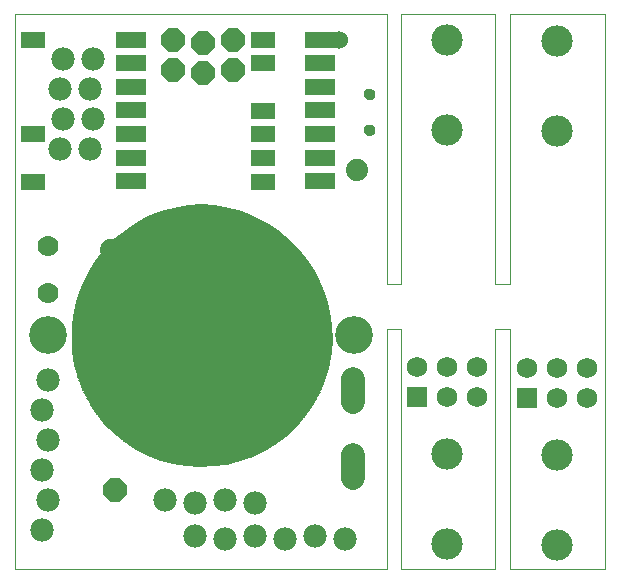
<source format=gbs>
G75*
%MOIN*%
%OFA0B0*%
%FSLAX25Y25*%
%IPPOS*%
%LPD*%
%AMOC8*
5,1,8,0,0,1.08239X$1,22.5*
%
%ADD10C,0.00400*%
%ADD11OC8,0.08000*%
%ADD12C,0.07000*%
%ADD13C,0.07800*%
%ADD14C,0.12605*%
%ADD15C,0.00500*%
%ADD16R,0.15400X0.15400*%
%ADD17R,0.10400X0.05400*%
%ADD18C,0.06000*%
%ADD19OC8,0.07800*%
%ADD20C,0.00000*%
%ADD21C,0.03746*%
%ADD22C,0.08077*%
%ADD23R,0.08274X0.05400*%
%ADD24C,0.10450*%
%ADD25R,0.06900X0.06900*%
%ADD26C,0.06900*%
%ADD27C,0.07400*%
D10*
X0022595Y0027513D02*
X0022595Y0212513D01*
X0146595Y0212513D01*
X0146595Y0122513D01*
X0151095Y0122513D01*
X0151095Y0212513D01*
X0182595Y0212513D01*
X0182595Y0122513D01*
X0187595Y0122513D01*
X0187595Y0212513D01*
X0219095Y0212513D01*
X0219095Y0027513D01*
X0187595Y0027513D01*
X0187595Y0107513D01*
X0182595Y0107513D01*
X0182595Y0027513D01*
X0151095Y0027513D01*
X0151095Y0107513D01*
X0146595Y0107513D01*
X0146595Y0027513D01*
X0022595Y0027513D01*
D11*
X0055645Y0054113D03*
D12*
X0033595Y0119639D03*
X0033595Y0135387D03*
D13*
X0037595Y0167513D03*
X0047595Y0167513D03*
X0048595Y0177513D03*
X0047595Y0187513D03*
X0037595Y0187513D03*
X0038595Y0177513D03*
X0038595Y0197513D03*
X0048595Y0197513D03*
X0033595Y0090513D03*
X0031595Y0080513D03*
X0033595Y0070513D03*
X0031595Y0060513D03*
X0033595Y0050513D03*
X0031595Y0040513D03*
X0072595Y0050513D03*
X0082595Y0049513D03*
X0092595Y0050513D03*
X0102595Y0049513D03*
X0102595Y0038513D03*
X0112595Y0037513D03*
X0122595Y0038513D03*
X0132595Y0037513D03*
X0092595Y0037513D03*
X0082595Y0038513D03*
D14*
X0033595Y0105513D03*
X0135595Y0105513D03*
D15*
X0127983Y0105281D02*
X0041689Y0105281D01*
X0041707Y0105779D02*
X0127966Y0105779D01*
X0127948Y0106278D02*
X0041724Y0106278D01*
X0041742Y0106776D02*
X0127930Y0106776D01*
X0127913Y0107275D02*
X0041759Y0107275D01*
X0041777Y0107773D02*
X0127895Y0107773D01*
X0127877Y0108272D02*
X0041794Y0108272D01*
X0041812Y0108770D02*
X0127846Y0108770D01*
X0127865Y0108635D02*
X0127219Y0113215D01*
X0126098Y0117703D01*
X0124513Y0122048D01*
X0122484Y0126205D01*
X0120031Y0130126D01*
X0117181Y0133770D01*
X0113967Y0137095D01*
X0110422Y0140067D01*
X0106586Y0142651D01*
X0102501Y0144821D01*
X0098212Y0146552D01*
X0093765Y0147824D01*
X0089209Y0148625D01*
X0084595Y0148946D01*
X0080033Y0148628D01*
X0075529Y0147835D01*
X0071133Y0146576D01*
X0066893Y0144864D01*
X0062854Y0142718D01*
X0059062Y0140162D01*
X0055558Y0137224D01*
X0052380Y0133935D01*
X0049564Y0130332D01*
X0047140Y0126455D01*
X0045134Y0122345D01*
X0043568Y0118048D01*
X0042461Y0113611D01*
X0041823Y0109083D01*
X0041662Y0104513D01*
X0041895Y0100077D01*
X0042589Y0095690D01*
X0043739Y0091400D01*
X0045331Y0087254D01*
X0047347Y0083296D01*
X0049766Y0079571D01*
X0052561Y0076119D01*
X0055702Y0072979D01*
X0059154Y0070184D01*
X0062879Y0067765D01*
X0066836Y0065748D01*
X0070983Y0064157D01*
X0075273Y0063007D01*
X0079660Y0062312D01*
X0084095Y0062080D01*
X0088588Y0062210D01*
X0093043Y0062810D01*
X0097411Y0063872D01*
X0101644Y0065385D01*
X0105696Y0067332D01*
X0109522Y0069691D01*
X0113080Y0072438D01*
X0116332Y0075542D01*
X0119241Y0078968D01*
X0121776Y0082680D01*
X0123910Y0086637D01*
X0125618Y0090795D01*
X0126882Y0095108D01*
X0127689Y0099531D01*
X0128028Y0104013D01*
X0127865Y0108635D01*
X0127775Y0109269D02*
X0041849Y0109269D01*
X0041919Y0109767D02*
X0127705Y0109767D01*
X0127635Y0110266D02*
X0041990Y0110266D01*
X0042060Y0110764D02*
X0127564Y0110764D01*
X0127494Y0111263D02*
X0042130Y0111263D01*
X0042200Y0111761D02*
X0127424Y0111761D01*
X0127353Y0112260D02*
X0042270Y0112260D01*
X0042341Y0112758D02*
X0127283Y0112758D01*
X0127208Y0113257D02*
X0042411Y0113257D01*
X0042497Y0113755D02*
X0127084Y0113755D01*
X0126959Y0114254D02*
X0042621Y0114254D01*
X0042746Y0114752D02*
X0126835Y0114752D01*
X0126710Y0115251D02*
X0042870Y0115251D01*
X0042994Y0115749D02*
X0126586Y0115749D01*
X0126461Y0116248D02*
X0043119Y0116248D01*
X0043243Y0116746D02*
X0126337Y0116746D01*
X0126212Y0117245D02*
X0043368Y0117245D01*
X0043492Y0117743D02*
X0126083Y0117743D01*
X0125901Y0118242D02*
X0043639Y0118242D01*
X0043820Y0118740D02*
X0125719Y0118740D01*
X0125538Y0119239D02*
X0044002Y0119239D01*
X0044184Y0119737D02*
X0125356Y0119737D01*
X0125174Y0120236D02*
X0044365Y0120236D01*
X0044547Y0120734D02*
X0124992Y0120734D01*
X0124811Y0121233D02*
X0044728Y0121233D01*
X0044910Y0121731D02*
X0124629Y0121731D01*
X0124425Y0122230D02*
X0045092Y0122230D01*
X0045321Y0122728D02*
X0124181Y0122728D01*
X0123938Y0123227D02*
X0045564Y0123227D01*
X0045807Y0123725D02*
X0123695Y0123725D01*
X0123451Y0124224D02*
X0046051Y0124224D01*
X0046294Y0124722D02*
X0123208Y0124722D01*
X0122964Y0125221D02*
X0046537Y0125221D01*
X0046781Y0125719D02*
X0122721Y0125719D01*
X0122476Y0126218D02*
X0047024Y0126218D01*
X0047303Y0126717D02*
X0122164Y0126717D01*
X0121852Y0127215D02*
X0047615Y0127215D01*
X0047927Y0127714D02*
X0121540Y0127714D01*
X0121228Y0128212D02*
X0048238Y0128212D01*
X0048550Y0128711D02*
X0120916Y0128711D01*
X0120605Y0129209D02*
X0048862Y0129209D01*
X0049173Y0129708D02*
X0120293Y0129708D01*
X0119968Y0130206D02*
X0049485Y0130206D01*
X0049855Y0130705D02*
X0119578Y0130705D01*
X0119189Y0131203D02*
X0050245Y0131203D01*
X0050634Y0131702D02*
X0118799Y0131702D01*
X0118409Y0132200D02*
X0051024Y0132200D01*
X0051414Y0132699D02*
X0118019Y0132699D01*
X0117629Y0133197D02*
X0051804Y0133197D01*
X0052193Y0133696D02*
X0117239Y0133696D01*
X0116771Y0134194D02*
X0052631Y0134194D01*
X0053113Y0134693D02*
X0116289Y0134693D01*
X0115807Y0135191D02*
X0053594Y0135191D01*
X0054076Y0135690D02*
X0115325Y0135690D01*
X0114844Y0136188D02*
X0054558Y0136188D01*
X0055039Y0136687D02*
X0114362Y0136687D01*
X0113860Y0137185D02*
X0055521Y0137185D01*
X0056107Y0137684D02*
X0113265Y0137684D01*
X0112670Y0138182D02*
X0056701Y0138182D01*
X0057296Y0138681D02*
X0112075Y0138681D01*
X0111481Y0139179D02*
X0057890Y0139179D01*
X0058484Y0139678D02*
X0110886Y0139678D01*
X0110260Y0140176D02*
X0059083Y0140176D01*
X0059823Y0140675D02*
X0109520Y0140675D01*
X0108780Y0141173D02*
X0060562Y0141173D01*
X0061302Y0141672D02*
X0108040Y0141672D01*
X0107300Y0142170D02*
X0062041Y0142170D01*
X0062781Y0142669D02*
X0106553Y0142669D01*
X0105615Y0143167D02*
X0063699Y0143167D01*
X0064637Y0143666D02*
X0104676Y0143666D01*
X0103737Y0144164D02*
X0065576Y0144164D01*
X0066514Y0144663D02*
X0102799Y0144663D01*
X0101657Y0145161D02*
X0067629Y0145161D01*
X0068864Y0145660D02*
X0100422Y0145660D01*
X0099186Y0146158D02*
X0070099Y0146158D01*
X0071415Y0146657D02*
X0097844Y0146657D01*
X0096102Y0147155D02*
X0073156Y0147155D01*
X0074896Y0147654D02*
X0094360Y0147654D01*
X0091899Y0148152D02*
X0077331Y0148152D01*
X0080362Y0148651D02*
X0088841Y0148651D01*
X0128001Y0104782D02*
X0041672Y0104782D01*
X0041674Y0104284D02*
X0128019Y0104284D01*
X0128011Y0103785D02*
X0041700Y0103785D01*
X0041726Y0103286D02*
X0127973Y0103286D01*
X0127935Y0102788D02*
X0041752Y0102788D01*
X0041779Y0102289D02*
X0127898Y0102289D01*
X0127860Y0101791D02*
X0041805Y0101791D01*
X0041831Y0101292D02*
X0127822Y0101292D01*
X0127784Y0100794D02*
X0041857Y0100794D01*
X0041883Y0100295D02*
X0127747Y0100295D01*
X0127709Y0099797D02*
X0041939Y0099797D01*
X0042018Y0099298D02*
X0127646Y0099298D01*
X0127555Y0098800D02*
X0042097Y0098800D01*
X0042176Y0098301D02*
X0127464Y0098301D01*
X0127373Y0097803D02*
X0042255Y0097803D01*
X0042334Y0097304D02*
X0127283Y0097304D01*
X0127192Y0096806D02*
X0042413Y0096806D01*
X0042492Y0096307D02*
X0127101Y0096307D01*
X0127010Y0095809D02*
X0042571Y0095809D01*
X0042691Y0095310D02*
X0126919Y0095310D01*
X0126795Y0094812D02*
X0042825Y0094812D01*
X0042958Y0094313D02*
X0126649Y0094313D01*
X0126503Y0093815D02*
X0043092Y0093815D01*
X0043226Y0093316D02*
X0126357Y0093316D01*
X0126211Y0092818D02*
X0043359Y0092818D01*
X0043493Y0092319D02*
X0126065Y0092319D01*
X0125919Y0091821D02*
X0043626Y0091821D01*
X0043769Y0091322D02*
X0125773Y0091322D01*
X0125626Y0090824D02*
X0043960Y0090824D01*
X0044152Y0090325D02*
X0125425Y0090325D01*
X0125220Y0089827D02*
X0044343Y0089827D01*
X0044534Y0089328D02*
X0125015Y0089328D01*
X0124811Y0088830D02*
X0044726Y0088830D01*
X0044917Y0088331D02*
X0124606Y0088331D01*
X0124401Y0087833D02*
X0045108Y0087833D01*
X0045300Y0087334D02*
X0124196Y0087334D01*
X0123991Y0086836D02*
X0045544Y0086836D01*
X0045798Y0086337D02*
X0123748Y0086337D01*
X0123479Y0085839D02*
X0046052Y0085839D01*
X0046306Y0085340D02*
X0123211Y0085340D01*
X0122942Y0084842D02*
X0046560Y0084842D01*
X0046814Y0084343D02*
X0122673Y0084343D01*
X0122404Y0083845D02*
X0047068Y0083845D01*
X0047322Y0083346D02*
X0122135Y0083346D01*
X0121867Y0082848D02*
X0047638Y0082848D01*
X0047962Y0082349D02*
X0121550Y0082349D01*
X0121210Y0081850D02*
X0048286Y0081850D01*
X0048610Y0081352D02*
X0120869Y0081352D01*
X0120529Y0080853D02*
X0048933Y0080853D01*
X0049257Y0080355D02*
X0120188Y0080355D01*
X0119848Y0079856D02*
X0049581Y0079856D01*
X0049939Y0079358D02*
X0119507Y0079358D01*
X0119149Y0078859D02*
X0050342Y0078859D01*
X0050746Y0078361D02*
X0118725Y0078361D01*
X0118302Y0077862D02*
X0051150Y0077862D01*
X0051554Y0077364D02*
X0117879Y0077364D01*
X0117455Y0076865D02*
X0051957Y0076865D01*
X0052361Y0076367D02*
X0117032Y0076367D01*
X0116609Y0075868D02*
X0052812Y0075868D01*
X0053311Y0075370D02*
X0116151Y0075370D01*
X0115629Y0074871D02*
X0053809Y0074871D01*
X0054308Y0074373D02*
X0115107Y0074373D01*
X0114585Y0073874D02*
X0054806Y0073874D01*
X0055305Y0073376D02*
X0114062Y0073376D01*
X0113540Y0072877D02*
X0055827Y0072877D01*
X0056443Y0072379D02*
X0113003Y0072379D01*
X0112357Y0071880D02*
X0057059Y0071880D01*
X0057674Y0071382D02*
X0111711Y0071382D01*
X0111066Y0070883D02*
X0058290Y0070883D01*
X0058905Y0070385D02*
X0110420Y0070385D01*
X0109774Y0069886D02*
X0059612Y0069886D01*
X0060379Y0069388D02*
X0109029Y0069388D01*
X0108221Y0068889D02*
X0061147Y0068889D01*
X0061915Y0068391D02*
X0107413Y0068391D01*
X0106604Y0067892D02*
X0062682Y0067892D01*
X0063607Y0067394D02*
X0105796Y0067394D01*
X0104787Y0066895D02*
X0064585Y0066895D01*
X0065563Y0066397D02*
X0103750Y0066397D01*
X0102713Y0065898D02*
X0066542Y0065898D01*
X0067744Y0065400D02*
X0101675Y0065400D01*
X0100291Y0064901D02*
X0069043Y0064901D01*
X0070342Y0064403D02*
X0098896Y0064403D01*
X0097501Y0063904D02*
X0071925Y0063904D01*
X0073785Y0063406D02*
X0095493Y0063406D01*
X0093443Y0062907D02*
X0075904Y0062907D01*
X0079051Y0062409D02*
X0090061Y0062409D01*
D16*
X0084595Y0105513D03*
D17*
X0061099Y0156891D03*
X0061099Y0164765D03*
X0061099Y0172639D03*
X0061099Y0180513D03*
X0061099Y0188387D03*
X0061099Y0196261D03*
X0061099Y0204135D03*
X0124091Y0204135D03*
X0124091Y0196261D03*
X0124091Y0188387D03*
X0124091Y0180513D03*
X0124091Y0172639D03*
X0124091Y0164765D03*
X0124091Y0156891D03*
D18*
X0130595Y0204013D03*
D19*
X0095095Y0204013D03*
X0095095Y0194013D03*
X0085095Y0193013D03*
X0075095Y0194013D03*
X0075095Y0204013D03*
X0085095Y0203013D03*
D20*
X0138922Y0185989D02*
X0138924Y0186070D01*
X0138930Y0186152D01*
X0138940Y0186233D01*
X0138954Y0186313D01*
X0138971Y0186392D01*
X0138993Y0186471D01*
X0139018Y0186548D01*
X0139047Y0186625D01*
X0139080Y0186699D01*
X0139117Y0186772D01*
X0139156Y0186843D01*
X0139200Y0186912D01*
X0139246Y0186979D01*
X0139296Y0187043D01*
X0139349Y0187105D01*
X0139405Y0187165D01*
X0139463Y0187221D01*
X0139525Y0187275D01*
X0139589Y0187326D01*
X0139655Y0187373D01*
X0139723Y0187417D01*
X0139794Y0187458D01*
X0139866Y0187495D01*
X0139941Y0187529D01*
X0140016Y0187559D01*
X0140094Y0187585D01*
X0140172Y0187608D01*
X0140251Y0187626D01*
X0140331Y0187641D01*
X0140412Y0187652D01*
X0140493Y0187659D01*
X0140575Y0187662D01*
X0140656Y0187661D01*
X0140737Y0187656D01*
X0140818Y0187647D01*
X0140899Y0187634D01*
X0140979Y0187617D01*
X0141057Y0187597D01*
X0141135Y0187572D01*
X0141212Y0187544D01*
X0141287Y0187512D01*
X0141360Y0187477D01*
X0141431Y0187438D01*
X0141501Y0187395D01*
X0141568Y0187350D01*
X0141634Y0187301D01*
X0141696Y0187249D01*
X0141756Y0187193D01*
X0141813Y0187135D01*
X0141868Y0187075D01*
X0141919Y0187011D01*
X0141967Y0186946D01*
X0142012Y0186878D01*
X0142054Y0186808D01*
X0142092Y0186736D01*
X0142127Y0186662D01*
X0142158Y0186587D01*
X0142185Y0186510D01*
X0142208Y0186432D01*
X0142228Y0186353D01*
X0142244Y0186273D01*
X0142256Y0186192D01*
X0142264Y0186111D01*
X0142268Y0186030D01*
X0142268Y0185948D01*
X0142264Y0185867D01*
X0142256Y0185786D01*
X0142244Y0185705D01*
X0142228Y0185625D01*
X0142208Y0185546D01*
X0142185Y0185468D01*
X0142158Y0185391D01*
X0142127Y0185316D01*
X0142092Y0185242D01*
X0142054Y0185170D01*
X0142012Y0185100D01*
X0141967Y0185032D01*
X0141919Y0184967D01*
X0141868Y0184903D01*
X0141813Y0184843D01*
X0141756Y0184785D01*
X0141696Y0184729D01*
X0141634Y0184677D01*
X0141568Y0184628D01*
X0141501Y0184583D01*
X0141432Y0184540D01*
X0141360Y0184501D01*
X0141287Y0184466D01*
X0141212Y0184434D01*
X0141135Y0184406D01*
X0141057Y0184381D01*
X0140979Y0184361D01*
X0140899Y0184344D01*
X0140818Y0184331D01*
X0140737Y0184322D01*
X0140656Y0184317D01*
X0140575Y0184316D01*
X0140493Y0184319D01*
X0140412Y0184326D01*
X0140331Y0184337D01*
X0140251Y0184352D01*
X0140172Y0184370D01*
X0140094Y0184393D01*
X0140016Y0184419D01*
X0139941Y0184449D01*
X0139866Y0184483D01*
X0139794Y0184520D01*
X0139723Y0184561D01*
X0139655Y0184605D01*
X0139589Y0184652D01*
X0139525Y0184703D01*
X0139463Y0184757D01*
X0139405Y0184813D01*
X0139349Y0184873D01*
X0139296Y0184935D01*
X0139246Y0184999D01*
X0139200Y0185066D01*
X0139156Y0185135D01*
X0139117Y0185206D01*
X0139080Y0185279D01*
X0139047Y0185353D01*
X0139018Y0185430D01*
X0138993Y0185507D01*
X0138971Y0185586D01*
X0138954Y0185665D01*
X0138940Y0185745D01*
X0138930Y0185826D01*
X0138924Y0185908D01*
X0138922Y0185989D01*
X0138922Y0174036D02*
X0138924Y0174117D01*
X0138930Y0174199D01*
X0138940Y0174280D01*
X0138954Y0174360D01*
X0138971Y0174439D01*
X0138993Y0174518D01*
X0139018Y0174595D01*
X0139047Y0174672D01*
X0139080Y0174746D01*
X0139117Y0174819D01*
X0139156Y0174890D01*
X0139200Y0174959D01*
X0139246Y0175026D01*
X0139296Y0175090D01*
X0139349Y0175152D01*
X0139405Y0175212D01*
X0139463Y0175268D01*
X0139525Y0175322D01*
X0139589Y0175373D01*
X0139655Y0175420D01*
X0139723Y0175464D01*
X0139794Y0175505D01*
X0139866Y0175542D01*
X0139941Y0175576D01*
X0140016Y0175606D01*
X0140094Y0175632D01*
X0140172Y0175655D01*
X0140251Y0175673D01*
X0140331Y0175688D01*
X0140412Y0175699D01*
X0140493Y0175706D01*
X0140575Y0175709D01*
X0140656Y0175708D01*
X0140737Y0175703D01*
X0140818Y0175694D01*
X0140899Y0175681D01*
X0140979Y0175664D01*
X0141057Y0175644D01*
X0141135Y0175619D01*
X0141212Y0175591D01*
X0141287Y0175559D01*
X0141360Y0175524D01*
X0141431Y0175485D01*
X0141501Y0175442D01*
X0141568Y0175397D01*
X0141634Y0175348D01*
X0141696Y0175296D01*
X0141756Y0175240D01*
X0141813Y0175182D01*
X0141868Y0175122D01*
X0141919Y0175058D01*
X0141967Y0174993D01*
X0142012Y0174925D01*
X0142054Y0174855D01*
X0142092Y0174783D01*
X0142127Y0174709D01*
X0142158Y0174634D01*
X0142185Y0174557D01*
X0142208Y0174479D01*
X0142228Y0174400D01*
X0142244Y0174320D01*
X0142256Y0174239D01*
X0142264Y0174158D01*
X0142268Y0174077D01*
X0142268Y0173995D01*
X0142264Y0173914D01*
X0142256Y0173833D01*
X0142244Y0173752D01*
X0142228Y0173672D01*
X0142208Y0173593D01*
X0142185Y0173515D01*
X0142158Y0173438D01*
X0142127Y0173363D01*
X0142092Y0173289D01*
X0142054Y0173217D01*
X0142012Y0173147D01*
X0141967Y0173079D01*
X0141919Y0173014D01*
X0141868Y0172950D01*
X0141813Y0172890D01*
X0141756Y0172832D01*
X0141696Y0172776D01*
X0141634Y0172724D01*
X0141568Y0172675D01*
X0141501Y0172630D01*
X0141432Y0172587D01*
X0141360Y0172548D01*
X0141287Y0172513D01*
X0141212Y0172481D01*
X0141135Y0172453D01*
X0141057Y0172428D01*
X0140979Y0172408D01*
X0140899Y0172391D01*
X0140818Y0172378D01*
X0140737Y0172369D01*
X0140656Y0172364D01*
X0140575Y0172363D01*
X0140493Y0172366D01*
X0140412Y0172373D01*
X0140331Y0172384D01*
X0140251Y0172399D01*
X0140172Y0172417D01*
X0140094Y0172440D01*
X0140016Y0172466D01*
X0139941Y0172496D01*
X0139866Y0172530D01*
X0139794Y0172567D01*
X0139723Y0172608D01*
X0139655Y0172652D01*
X0139589Y0172699D01*
X0139525Y0172750D01*
X0139463Y0172804D01*
X0139405Y0172860D01*
X0139349Y0172920D01*
X0139296Y0172982D01*
X0139246Y0173046D01*
X0139200Y0173113D01*
X0139156Y0173182D01*
X0139117Y0173253D01*
X0139080Y0173326D01*
X0139047Y0173400D01*
X0139018Y0173477D01*
X0138993Y0173554D01*
X0138971Y0173633D01*
X0138954Y0173712D01*
X0138940Y0173792D01*
X0138930Y0173873D01*
X0138924Y0173955D01*
X0138922Y0174036D01*
D21*
X0140595Y0174036D03*
X0140595Y0185989D03*
D22*
X0135095Y0091147D02*
X0135095Y0083469D01*
X0135095Y0065556D02*
X0135095Y0057879D01*
D23*
X0105091Y0156828D03*
X0105091Y0164702D03*
X0105091Y0172576D03*
X0105091Y0180450D03*
X0105091Y0196198D03*
X0105091Y0204072D03*
X0028320Y0204072D03*
X0028320Y0172576D03*
X0028320Y0156828D03*
D24*
X0166595Y0174013D03*
X0166595Y0204013D03*
X0203095Y0203513D03*
X0203095Y0173513D03*
X0203095Y0065513D03*
X0203095Y0035513D03*
X0166595Y0036013D03*
X0166595Y0066013D03*
D25*
X0156595Y0085013D03*
X0193095Y0084513D03*
D26*
X0193095Y0094513D03*
X0203095Y0094513D03*
X0203095Y0084513D03*
X0213095Y0084513D03*
X0213095Y0094513D03*
X0176595Y0095013D03*
X0166595Y0095013D03*
X0156595Y0095013D03*
X0166595Y0085013D03*
X0176595Y0085013D03*
D27*
X0136595Y0160513D03*
X0054595Y0134013D03*
M02*

</source>
